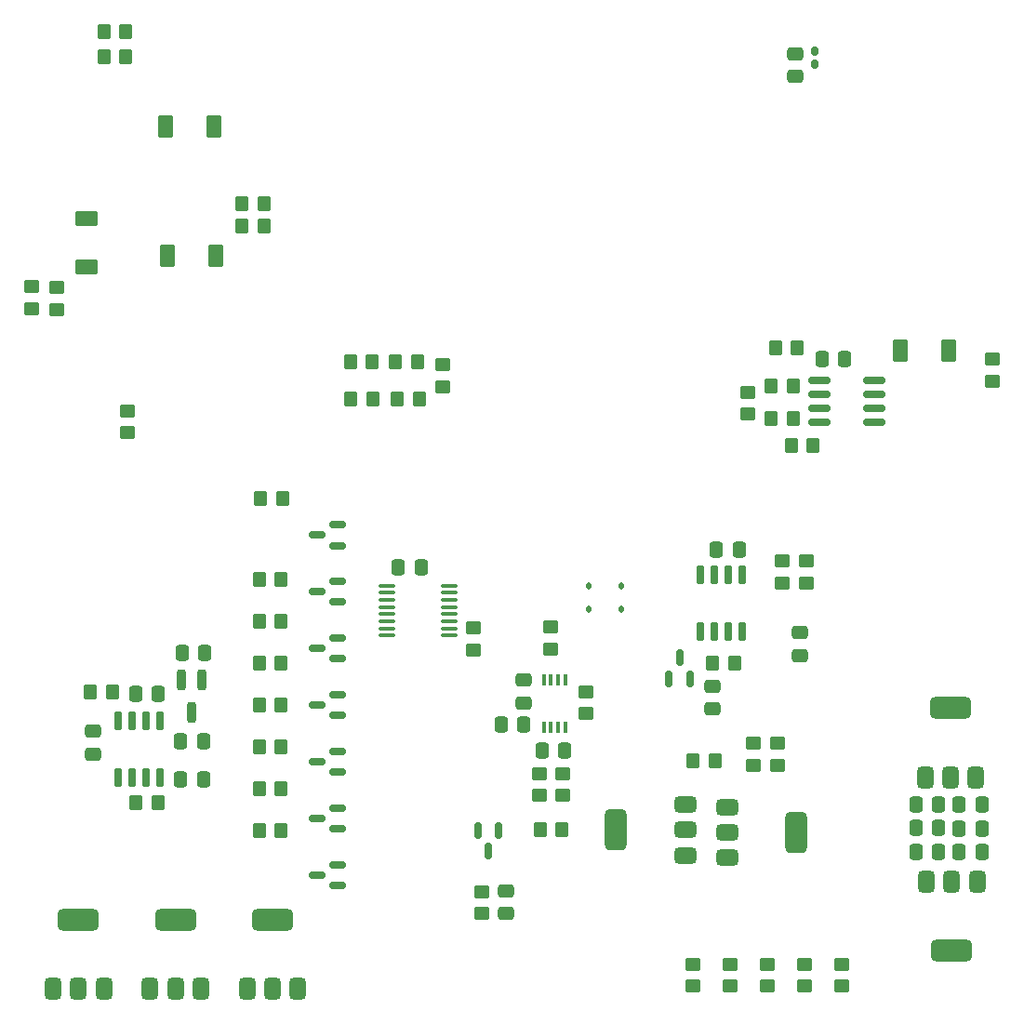
<source format=gbr>
%TF.GenerationSoftware,KiCad,Pcbnew,8.0.1*%
%TF.CreationDate,2024-05-22T14:55:13+02:00*%
%TF.ProjectId,TestBoardArduino,54657374-426f-4617-9264-41726475696e,rev?*%
%TF.SameCoordinates,Original*%
%TF.FileFunction,Paste,Bot*%
%TF.FilePolarity,Positive*%
%FSLAX46Y46*%
G04 Gerber Fmt 4.6, Leading zero omitted, Abs format (unit mm)*
G04 Created by KiCad (PCBNEW 8.0.1) date 2024-05-22 14:55:13*
%MOMM*%
%LPD*%
G01*
G04 APERTURE LIST*
G04 Aperture macros list*
%AMRoundRect*
0 Rectangle with rounded corners*
0 $1 Rounding radius*
0 $2 $3 $4 $5 $6 $7 $8 $9 X,Y pos of 4 corners*
0 Add a 4 corners polygon primitive as box body*
4,1,4,$2,$3,$4,$5,$6,$7,$8,$9,$2,$3,0*
0 Add four circle primitives for the rounded corners*
1,1,$1+$1,$2,$3*
1,1,$1+$1,$4,$5*
1,1,$1+$1,$6,$7*
1,1,$1+$1,$8,$9*
0 Add four rect primitives between the rounded corners*
20,1,$1+$1,$2,$3,$4,$5,0*
20,1,$1+$1,$4,$5,$6,$7,0*
20,1,$1+$1,$6,$7,$8,$9,0*
20,1,$1+$1,$8,$9,$2,$3,0*%
G04 Aperture macros list end*
%ADD10RoundRect,0.250000X-0.475000X0.337500X-0.475000X-0.337500X0.475000X-0.337500X0.475000X0.337500X0*%
%ADD11RoundRect,0.160000X0.160000X-0.222500X0.160000X0.222500X-0.160000X0.222500X-0.160000X-0.222500X0*%
%ADD12RoundRect,0.250000X0.350000X0.450000X-0.350000X0.450000X-0.350000X-0.450000X0.350000X-0.450000X0*%
%ADD13RoundRect,0.250000X0.450000X-0.350000X0.450000X0.350000X-0.450000X0.350000X-0.450000X-0.350000X0*%
%ADD14RoundRect,0.250000X-0.350000X-0.450000X0.350000X-0.450000X0.350000X0.450000X-0.350000X0.450000X0*%
%ADD15RoundRect,0.375000X0.375000X-0.625000X0.375000X0.625000X-0.375000X0.625000X-0.375000X-0.625000X0*%
%ADD16RoundRect,0.500000X1.400000X-0.500000X1.400000X0.500000X-1.400000X0.500000X-1.400000X-0.500000X0*%
%ADD17RoundRect,0.250000X0.800000X-0.450000X0.800000X0.450000X-0.800000X0.450000X-0.800000X-0.450000X0*%
%ADD18RoundRect,0.250000X-0.450000X-0.800000X0.450000X-0.800000X0.450000X0.800000X-0.450000X0.800000X0*%
%ADD19RoundRect,0.250000X-0.337500X-0.475000X0.337500X-0.475000X0.337500X0.475000X-0.337500X0.475000X0*%
%ADD20RoundRect,0.150000X0.587500X0.150000X-0.587500X0.150000X-0.587500X-0.150000X0.587500X-0.150000X0*%
%ADD21RoundRect,0.250000X0.337500X0.475000X-0.337500X0.475000X-0.337500X-0.475000X0.337500X-0.475000X0*%
%ADD22RoundRect,0.250000X-0.450000X0.350000X-0.450000X-0.350000X0.450000X-0.350000X0.450000X0.350000X0*%
%ADD23RoundRect,0.112500X0.112500X-0.187500X0.112500X0.187500X-0.112500X0.187500X-0.112500X-0.187500X0*%
%ADD24RoundRect,0.100000X0.637500X0.100000X-0.637500X0.100000X-0.637500X-0.100000X0.637500X-0.100000X0*%
%ADD25RoundRect,0.375000X0.625000X0.375000X-0.625000X0.375000X-0.625000X-0.375000X0.625000X-0.375000X0*%
%ADD26RoundRect,0.500000X0.500000X1.400000X-0.500000X1.400000X-0.500000X-1.400000X0.500000X-1.400000X0*%
%ADD27RoundRect,0.250000X0.450000X0.800000X-0.450000X0.800000X-0.450000X-0.800000X0.450000X-0.800000X0*%
%ADD28RoundRect,0.250000X0.475000X-0.337500X0.475000X0.337500X-0.475000X0.337500X-0.475000X-0.337500X0*%
%ADD29RoundRect,0.150000X-0.150000X0.725000X-0.150000X-0.725000X0.150000X-0.725000X0.150000X0.725000X0*%
%ADD30R,0.400000X1.100000*%
%ADD31RoundRect,0.375000X-0.375000X0.625000X-0.375000X-0.625000X0.375000X-0.625000X0.375000X0.625000X0*%
%ADD32RoundRect,0.500000X-1.400000X0.500000X-1.400000X-0.500000X1.400000X-0.500000X1.400000X0.500000X0*%
%ADD33RoundRect,0.150000X0.825000X0.150000X-0.825000X0.150000X-0.825000X-0.150000X0.825000X-0.150000X0*%
%ADD34RoundRect,0.150000X0.150000X-0.587500X0.150000X0.587500X-0.150000X0.587500X-0.150000X-0.587500X0*%
%ADD35RoundRect,0.150000X-0.150000X0.587500X-0.150000X-0.587500X0.150000X-0.587500X0.150000X0.587500X0*%
%ADD36RoundRect,0.200000X-0.200000X0.750000X-0.200000X-0.750000X0.200000X-0.750000X0.200000X0.750000X0*%
%ADD37RoundRect,0.375000X-0.625000X-0.375000X0.625000X-0.375000X0.625000X0.375000X-0.625000X0.375000X0*%
%ADD38RoundRect,0.500000X-0.500000X-1.400000X0.500000X-1.400000X0.500000X1.400000X-0.500000X1.400000X0*%
%ADD39RoundRect,0.150000X0.150000X-0.725000X0.150000X0.725000X-0.150000X0.725000X-0.150000X-0.725000X0*%
G04 APERTURE END LIST*
D10*
%TO.C,FB1*%
X136256947Y-36765700D03*
X136256947Y-34690700D03*
%TD*%
D11*
%TO.C,F1*%
X138060347Y-34469900D03*
X138060347Y-35614900D03*
%TD*%
D12*
%TO.C,R16*%
X87892947Y-50419000D03*
X85892947Y-50419000D03*
%TD*%
D13*
%TO.C,R24*%
X66772547Y-57921400D03*
X66772547Y-55921400D03*
%TD*%
%TO.C,R22*%
X68985947Y-57972200D03*
X68985947Y-55972200D03*
%TD*%
D14*
%TO.C,R20*%
X73319947Y-32715200D03*
X75319947Y-32715200D03*
%TD*%
D15*
%TO.C,Q3*%
X90933447Y-119812200D03*
X88633447Y-119812200D03*
D16*
X88633447Y-113512200D03*
D15*
X86333447Y-119812200D03*
%TD*%
%TO.C,Q5*%
X73293747Y-119812200D03*
X70993747Y-119812200D03*
D16*
X70993747Y-113512200D03*
D15*
X68693747Y-119812200D03*
%TD*%
D14*
%TO.C,R18*%
X73319947Y-34950400D03*
X75319947Y-34950400D03*
%TD*%
D17*
%TO.C,D13*%
X71703747Y-54117600D03*
X71703747Y-49717600D03*
%TD*%
D18*
%TO.C,D14*%
X78901747Y-41351200D03*
X83301747Y-41351200D03*
%TD*%
D12*
%TO.C,R14*%
X87892947Y-48336200D03*
X85892947Y-48336200D03*
%TD*%
D15*
%TO.C,Q4*%
X82113597Y-119812200D03*
X79813597Y-119812200D03*
D16*
X79813597Y-113512200D03*
D15*
X77513597Y-119812200D03*
%TD*%
D18*
%TO.C,D15*%
X79130347Y-53060600D03*
X83530347Y-53060600D03*
%TD*%
D19*
%TO.C,C2*%
X129075047Y-79822800D03*
X131150047Y-79822800D03*
%TD*%
D13*
%TO.C,R27*%
X75437547Y-69208400D03*
X75437547Y-67208400D03*
%TD*%
D12*
%TO.C,R31*%
X101837547Y-62763400D03*
X99837547Y-62763400D03*
%TD*%
D20*
%TO.C,D6*%
X94577447Y-87893568D03*
X94577447Y-89793568D03*
X92702447Y-88843568D03*
%TD*%
D21*
%TO.C,C6*%
X111527047Y-95748600D03*
X109452047Y-95748600D03*
%TD*%
D13*
%TO.C,R8*%
X135041947Y-82880200D03*
X135041947Y-80880200D03*
%TD*%
D14*
%TO.C,R23*%
X87432947Y-82575400D03*
X89432947Y-82575400D03*
%TD*%
D10*
%TO.C,C3*%
X109905347Y-110900300D03*
X109905347Y-112975300D03*
%TD*%
D12*
%TO.C,R28*%
X102024747Y-66116200D03*
X100024747Y-66116200D03*
%TD*%
D13*
%TO.C,R53*%
X140512347Y-119592600D03*
X140512347Y-117592600D03*
%TD*%
D22*
%TO.C,R58*%
X106966647Y-86965400D03*
X106966647Y-88965400D03*
%TD*%
D20*
%TO.C,D4*%
X94577447Y-103374867D03*
X94577447Y-105274867D03*
X92702447Y-104324867D03*
%TD*%
D15*
%TO.C,U7*%
X152667547Y-100559000D03*
X150367547Y-100559000D03*
D16*
X150367547Y-94259000D03*
D15*
X148067547Y-100559000D03*
%TD*%
D13*
%TO.C,R57*%
X126923347Y-119592600D03*
X126923347Y-117592600D03*
%TD*%
D20*
%TO.C,D3*%
X94577447Y-108535300D03*
X94577447Y-110435300D03*
X92702447Y-109485300D03*
%TD*%
D13*
%TO.C,R56*%
X130320597Y-119592600D03*
X130320597Y-117592600D03*
%TD*%
D23*
%TO.C,D1*%
X120373747Y-85292400D03*
X120373747Y-83192400D03*
%TD*%
D22*
%TO.C,R2*%
X107720947Y-110988600D03*
X107720947Y-112988600D03*
%TD*%
D12*
%TO.C,R50*%
X136051347Y-64987400D03*
X134051347Y-64987400D03*
%TD*%
D14*
%TO.C,R21*%
X87432947Y-86385400D03*
X89432947Y-86385400D03*
%TD*%
D19*
%TO.C,C22*%
X147208547Y-105156000D03*
X149283547Y-105156000D03*
%TD*%
%TO.C,C34*%
X80408347Y-89224200D03*
X82483347Y-89224200D03*
%TD*%
D14*
%TO.C,R44*%
X72089247Y-92780200D03*
X74089247Y-92780200D03*
%TD*%
D13*
%TO.C,R5*%
X134670347Y-99466400D03*
X134670347Y-97466400D03*
%TD*%
D24*
%TO.C,U12*%
X104766847Y-83119800D03*
X104766847Y-83769800D03*
X104766847Y-84419800D03*
X104766847Y-85069800D03*
X104766847Y-85719800D03*
X104766847Y-86369800D03*
X104766847Y-87019800D03*
X104766847Y-87669800D03*
X99041847Y-87669800D03*
X99041847Y-87019800D03*
X99041847Y-86369800D03*
X99041847Y-85719800D03*
X99041847Y-85069800D03*
X99041847Y-84419800D03*
X99041847Y-83769800D03*
X99041847Y-83119800D03*
%TD*%
D13*
%TO.C,R10*%
X115036147Y-102235000D03*
X115036147Y-100235000D03*
%TD*%
%TO.C,R9*%
X112978747Y-102235000D03*
X112978747Y-100235000D03*
%TD*%
D25*
%TO.C,Q2*%
X126237947Y-103075200D03*
X126237947Y-105375200D03*
D26*
X119937947Y-105375200D03*
D25*
X126237947Y-107675200D03*
%TD*%
D10*
%TO.C,C5*%
X111480147Y-91739300D03*
X111480147Y-93814300D03*
%TD*%
D27*
%TO.C,D10*%
X150179947Y-61696600D03*
X145779947Y-61696600D03*
%TD*%
D14*
%TO.C,R25*%
X87432947Y-94005400D03*
X89432947Y-94005400D03*
%TD*%
D13*
%TO.C,R12*%
X113994747Y-88874600D03*
X113994747Y-86874600D03*
%TD*%
D12*
%TO.C,R51*%
X136051347Y-67937400D03*
X134051347Y-67937400D03*
%TD*%
%TO.C,R48*%
X136432347Y-61482200D03*
X134432347Y-61482200D03*
%TD*%
D14*
%TO.C,R17*%
X87432947Y-97815400D03*
X89432947Y-97815400D03*
%TD*%
D19*
%TO.C,C35*%
X138687447Y-62523600D03*
X140762447Y-62523600D03*
%TD*%
D13*
%TO.C,R7*%
X137277147Y-82880200D03*
X137277147Y-80880200D03*
%TD*%
D19*
%TO.C,C36*%
X100112547Y-81437600D03*
X102187547Y-81437600D03*
%TD*%
D14*
%TO.C,R35*%
X87594747Y-75158600D03*
X89594747Y-75158600D03*
%TD*%
D28*
%TO.C,C1*%
X128715547Y-94347700D03*
X128715547Y-92272700D03*
%TD*%
D19*
%TO.C,C7*%
X113211247Y-98161600D03*
X115286247Y-98161600D03*
%TD*%
%TO.C,C15*%
X147208547Y-107365800D03*
X149283547Y-107365800D03*
%TD*%
D20*
%TO.C,D7*%
X94577447Y-82733135D03*
X94577447Y-84633135D03*
X92702447Y-83683135D03*
%TD*%
%TO.C,D8*%
X94577447Y-77572700D03*
X94577447Y-79472700D03*
X92702447Y-78522700D03*
%TD*%
D21*
%TO.C,C18*%
X153255347Y-107365800D03*
X151180347Y-107365800D03*
%TD*%
D28*
%TO.C,C4*%
X136626147Y-89470900D03*
X136626147Y-87395900D03*
%TD*%
D29*
%TO.C,U8*%
X74573947Y-95469000D03*
X75843947Y-95469000D03*
X77113947Y-95469000D03*
X78383947Y-95469000D03*
X78383947Y-100619000D03*
X77113947Y-100619000D03*
X75843947Y-100619000D03*
X74573947Y-100619000D03*
%TD*%
D14*
%TO.C,R19*%
X87432947Y-90195400D03*
X89432947Y-90195400D03*
%TD*%
D22*
%TO.C,R33*%
X154152147Y-62525400D03*
X154152147Y-64525400D03*
%TD*%
D13*
%TO.C,R6*%
X132409747Y-99466400D03*
X132409747Y-97466400D03*
%TD*%
D12*
%TO.C,R32*%
X97757547Y-62763400D03*
X95757547Y-62763400D03*
%TD*%
D30*
%TO.C,U3*%
X115299947Y-95993600D03*
X114649947Y-95993600D03*
X113999947Y-95993600D03*
X113349947Y-95993600D03*
X113349947Y-91693600D03*
X113999947Y-91693600D03*
X114649947Y-91693600D03*
X115299947Y-91693600D03*
%TD*%
D10*
%TO.C,C29*%
X72301847Y-96365500D03*
X72301847Y-98440500D03*
%TD*%
D31*
%TO.C,U6*%
X148206647Y-110083200D03*
X150506647Y-110083200D03*
D32*
X150506647Y-116383200D03*
D31*
X152806647Y-110083200D03*
%TD*%
D33*
%TO.C,U11*%
X143430347Y-64428600D03*
X143430347Y-65698600D03*
X143430347Y-66968600D03*
X143430347Y-68238600D03*
X138480347Y-68238600D03*
X138480347Y-66968600D03*
X138480347Y-65698600D03*
X138480347Y-64428600D03*
%TD*%
D34*
%TO.C,U2*%
X126653147Y-91583000D03*
X124753147Y-91583000D03*
X125703147Y-89708000D03*
%TD*%
D20*
%TO.C,D9*%
X94577447Y-93054001D03*
X94577447Y-94954001D03*
X92702447Y-94004001D03*
%TD*%
D13*
%TO.C,R55*%
X133717847Y-119592600D03*
X133717847Y-117592600D03*
%TD*%
%TO.C,R54*%
X137115097Y-119592600D03*
X137115097Y-117592600D03*
%TD*%
%TO.C,R52*%
X131952547Y-67511400D03*
X131952547Y-65511400D03*
%TD*%
D21*
%TO.C,C19*%
X153245947Y-105232200D03*
X151170947Y-105232200D03*
%TD*%
D12*
%TO.C,R29*%
X97808347Y-66116200D03*
X95808347Y-66116200D03*
%TD*%
D35*
%TO.C,U4*%
X107341047Y-105402900D03*
X109241047Y-105402900D03*
X108291047Y-107277900D03*
%TD*%
D14*
%TO.C,R4*%
X126964747Y-99101400D03*
X128964747Y-99101400D03*
%TD*%
D19*
%TO.C,C28*%
X76191947Y-92983400D03*
X78266947Y-92983400D03*
%TD*%
D36*
%TO.C,U10*%
X80328947Y-91686600D03*
X82228947Y-91686600D03*
X81278947Y-94686600D03*
%TD*%
D14*
%TO.C,R49*%
X135880147Y-70346800D03*
X137880147Y-70346800D03*
%TD*%
D19*
%TO.C,C31*%
X80281347Y-100781200D03*
X82356347Y-100781200D03*
%TD*%
D20*
%TO.C,D5*%
X94577447Y-98214434D03*
X94577447Y-100114434D03*
X92702447Y-99164434D03*
%TD*%
D37*
%TO.C,Q1*%
X130047147Y-107903800D03*
X130047147Y-105603800D03*
D38*
X136347147Y-105603800D03*
D37*
X130047147Y-103303800D03*
%TD*%
D14*
%TO.C,R45*%
X76254847Y-102914800D03*
X78254847Y-102914800D03*
%TD*%
D21*
%TO.C,C17*%
X153220547Y-103073200D03*
X151145547Y-103073200D03*
%TD*%
D14*
%TO.C,R13*%
X87432947Y-105435400D03*
X89432947Y-105435400D03*
%TD*%
%TO.C,R15*%
X87432947Y-101625400D03*
X89432947Y-101625400D03*
%TD*%
D13*
%TO.C,R30*%
X104158547Y-65024000D03*
X104158547Y-63024000D03*
%TD*%
D19*
%TO.C,C32*%
X80281347Y-97276000D03*
X82356347Y-97276000D03*
%TD*%
D13*
%TO.C,R11*%
X117169747Y-94792800D03*
X117169747Y-92792800D03*
%TD*%
D14*
%TO.C,R3*%
X113020147Y-105349800D03*
X115020147Y-105349800D03*
%TD*%
D12*
%TO.C,R1*%
X130715547Y-90160600D03*
X128715547Y-90160600D03*
%TD*%
D23*
%TO.C,D2*%
X117423747Y-85292400D03*
X117423747Y-83192400D03*
%TD*%
D39*
%TO.C,U1*%
X131444547Y-87274600D03*
X130174547Y-87274600D03*
X128904547Y-87274600D03*
X127634547Y-87274600D03*
X127634547Y-82124600D03*
X128904547Y-82124600D03*
X130174547Y-82124600D03*
X131444547Y-82124600D03*
%TD*%
D19*
%TO.C,C20*%
X147208547Y-103047800D03*
X149283547Y-103047800D03*
%TD*%
M02*

</source>
